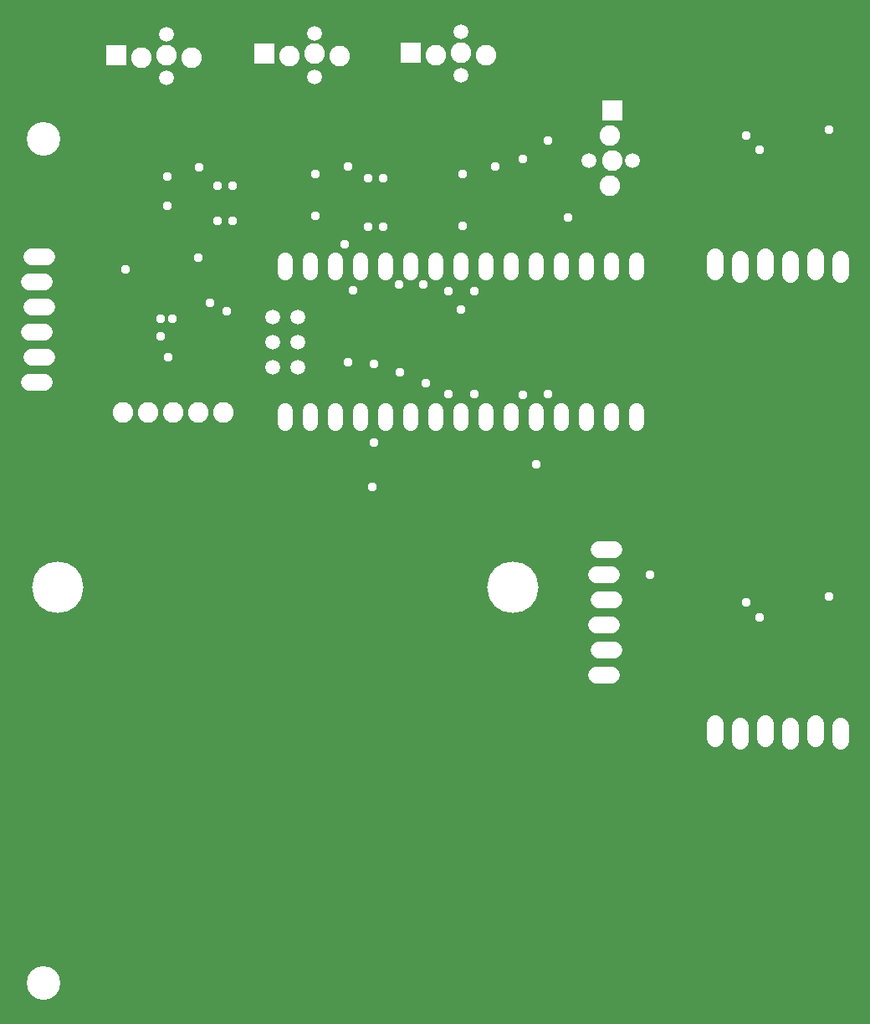
<source format=gbr>
G04 EAGLE Gerber RS-274X export*
G75*
%MOMM*%
%FSLAX34Y34*%
%LPD*%
%INSoldermask Bottom*%
%IPNEG*%
%AMOC8*
5,1,8,0,0,1.08239X$1,22.5*%
G01*
%ADD10C,3.403200*%
%ADD11C,1.511200*%
%ADD12C,1.511200*%
%ADD13C,1.727200*%
%ADD14R,2.082800X2.082800*%
%ADD15C,2.082800*%
%ADD16C,1.503200*%
%ADD17C,5.203200*%
%ADD18C,0.959600*%


D10*
X-301900Y87150D03*
X-301900Y941050D03*
D11*
X-57020Y666140D02*
X-57020Y653060D01*
X-31620Y653060D02*
X-31620Y666140D01*
X-6220Y666140D02*
X-6220Y653060D01*
X19180Y653060D02*
X19180Y666140D01*
X44580Y666140D02*
X44580Y653060D01*
X69980Y653060D02*
X69980Y666140D01*
X95380Y666140D02*
X95380Y653060D01*
X120780Y653060D02*
X120780Y666140D01*
X146180Y666140D02*
X146180Y653060D01*
X171580Y653060D02*
X171580Y666140D01*
X196980Y666140D02*
X196980Y653060D01*
X222380Y653060D02*
X222380Y666140D01*
X-57020Y805460D02*
X-57020Y818540D01*
X-31620Y818540D02*
X-31620Y805460D01*
X-6220Y805460D02*
X-6220Y818540D01*
X146180Y818540D02*
X146180Y805460D01*
X171580Y805460D02*
X171580Y818540D01*
X196980Y818540D02*
X196980Y805460D01*
X222380Y805460D02*
X222380Y818540D01*
X298580Y818540D02*
X298580Y805460D01*
X298580Y666140D02*
X298580Y653060D01*
X273180Y653060D02*
X273180Y666140D01*
X247780Y666140D02*
X247780Y653060D01*
X273180Y805460D02*
X273180Y818540D01*
X247780Y818540D02*
X247780Y805460D01*
X19180Y805460D02*
X19180Y818540D01*
D12*
X-44320Y761200D03*
X-44320Y735800D03*
X-44320Y710400D03*
D11*
X120780Y805460D02*
X120780Y818540D01*
X95380Y818540D02*
X95380Y805460D01*
X69980Y805460D02*
X69980Y818540D01*
X44580Y818540D02*
X44580Y805460D01*
D12*
X-69720Y761200D03*
X-69720Y735800D03*
X-69720Y710400D03*
D13*
X-298500Y821520D02*
X-313740Y821520D01*
X-316280Y796120D02*
X-301040Y796120D01*
X-298500Y770720D02*
X-313740Y770720D01*
X-316280Y745320D02*
X-301040Y745320D01*
X-298500Y719920D02*
X-313740Y719920D01*
X-316280Y694520D02*
X-301040Y694520D01*
X257510Y398600D02*
X272750Y398600D01*
X275290Y424000D02*
X260050Y424000D01*
X257510Y449400D02*
X272750Y449400D01*
X275290Y474800D02*
X260050Y474800D01*
X257510Y500200D02*
X272750Y500200D01*
X275290Y525600D02*
X260050Y525600D01*
D14*
X-228600Y1026160D03*
D15*
X-203200Y1023620D03*
X-177800Y1026160D03*
X-152400Y1023620D03*
D16*
X-177800Y1046890D03*
X-177800Y1002890D03*
D14*
X-78740Y1027430D03*
D15*
X-53340Y1024890D03*
X-27940Y1027430D03*
X-2540Y1024890D03*
D16*
X-27940Y1048160D03*
X-27940Y1004160D03*
D14*
X69850Y1028700D03*
D15*
X95250Y1026160D03*
X120650Y1028700D03*
X146050Y1026160D03*
D16*
X120650Y1049430D03*
X120650Y1005430D03*
D14*
X273710Y970430D03*
D15*
X271170Y945030D03*
X273710Y919630D03*
X271170Y894230D03*
D16*
X294440Y919630D03*
X250440Y919630D03*
D17*
X172800Y487500D03*
X-287200Y487500D03*
D15*
X-221800Y664300D03*
X-196400Y664300D03*
X-171000Y664300D03*
X-145600Y664300D03*
X-120200Y664300D03*
D13*
X378100Y806730D02*
X378100Y821970D01*
X403500Y819430D02*
X403500Y804190D01*
X428900Y806730D02*
X428900Y821970D01*
X454300Y819430D02*
X454300Y804190D01*
X479700Y806730D02*
X479700Y821970D01*
X505100Y819430D02*
X505100Y804190D01*
X378100Y349020D02*
X378100Y333780D01*
X403500Y331240D02*
X403500Y346480D01*
X428900Y349020D02*
X428900Y333780D01*
X454300Y331240D02*
X454300Y346480D01*
X479700Y349020D02*
X479700Y333780D01*
X505100Y331240D02*
X505100Y346480D01*
D18*
X-218500Y809500D03*
X-144200Y912400D03*
X6400Y913000D03*
X155000Y913700D03*
X229400Y861300D03*
X-145200Y820600D03*
X493000Y950950D03*
X409000Y944950D03*
X423000Y929950D03*
X493000Y478000D03*
X409000Y472000D03*
X423000Y457000D03*
X-175600Y719900D03*
X-171300Y759500D03*
X311900Y500200D03*
X-133000Y775700D03*
X-116700Y766700D03*
X120300Y768500D03*
X-183400Y759100D03*
X-183200Y741020D03*
X2900Y834400D03*
X31000Y588900D03*
X32300Y634000D03*
X32400Y713400D03*
X-176530Y902970D03*
X-176530Y873760D03*
X121920Y905510D03*
X121920Y853440D03*
X-26670Y905510D03*
X-26670Y863600D03*
X183500Y682400D03*
X183600Y921200D03*
X41910Y901700D03*
X41910Y852170D03*
X133800Y787000D03*
X133900Y683000D03*
X-110490Y894080D03*
X-110490Y858520D03*
X82700Y793600D03*
X84900Y693800D03*
X208700Y682800D03*
X208400Y939200D03*
X26670Y901700D03*
X26670Y852170D03*
X107900Y787400D03*
X108100Y682600D03*
X-125730Y894080D03*
X-125730Y858520D03*
X58300Y793800D03*
X58500Y705200D03*
X6200Y714800D03*
X11500Y787700D03*
X197200Y612000D03*
M02*

</source>
